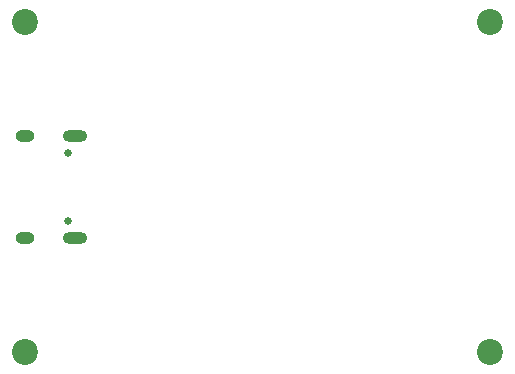
<source format=gbs>
%TF.GenerationSoftware,KiCad,Pcbnew,9.0.4+dfsg-1*%
%TF.CreationDate,2025-09-16T15:35:37+08:00*%
%TF.ProjectId,stlink,73746c69-6e6b-42e6-9b69-6361645f7063,a*%
%TF.SameCoordinates,Original*%
%TF.FileFunction,Soldermask,Bot*%
%TF.FilePolarity,Negative*%
%FSLAX45Y45*%
G04 Gerber Fmt 4.5, Leading zero omitted, Abs format (unit mm)*
G04 Created by KiCad (PCBNEW 9.0.4+dfsg-1) date 2025-09-16 15:35:37*
%MOMM*%
%LPD*%
G01*
G04 APERTURE LIST*
%ADD10C,2.200000*%
%ADD11C,0.650000*%
%ADD12O,2.100000X1.000000*%
%ADD13O,1.600000X1.000000*%
G04 APERTURE END LIST*
D10*
%TO.C,B1*%
X10414000Y-7493000D03*
X10414000Y-10287000D03*
X14351000Y-7493000D03*
X14351000Y-10287000D03*
%TD*%
D11*
%TO.C,J1*%
X10778000Y-8601000D03*
X10778000Y-9179000D03*
D12*
X10831000Y-8458000D03*
D13*
X10413000Y-8458000D03*
D12*
X10831000Y-9322000D03*
D13*
X10413000Y-9322000D03*
%TD*%
M02*

</source>
